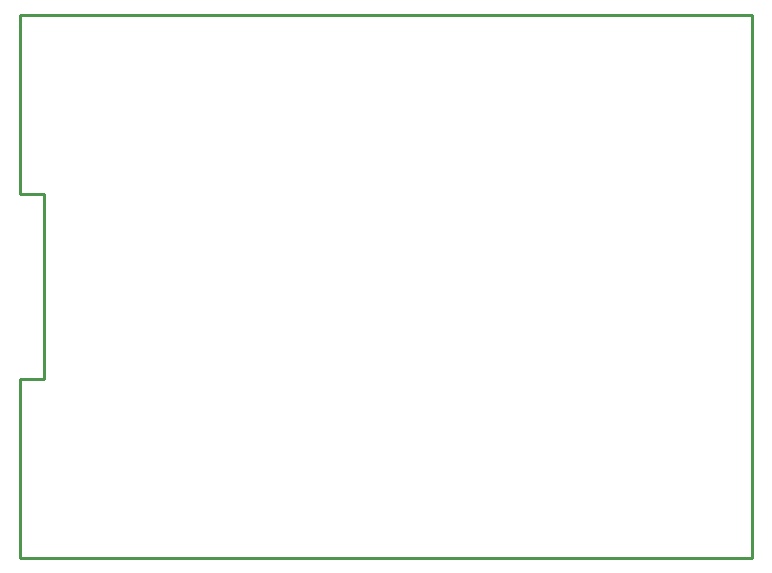
<source format=gbr>
%TF.GenerationSoftware,Altium Limited,Altium Designer,23.6.0 (18)*%
G04 Layer_Color=32768*
%FSLAX43Y43*%
%MOMM*%
%TF.SameCoordinates,6C6526E1-C053-4265-BDC0-CB623CBAD704*%
%TF.FilePolarity,Positive*%
%TF.FileFunction,Other,Outline*%
%TF.Part,Single*%
G01*
G75*
%TA.AperFunction,NonConductor*%
%ADD51C,0.254*%
D51*
X2000Y15170D02*
Y30830D01*
X0Y15170D02*
X2000D01*
X62000Y0D02*
Y46000D01*
X0Y30830D02*
Y46000D01*
X62000D01*
X0Y0D02*
X62000D01*
X0D02*
Y15170D01*
Y30830D02*
X2000D01*
%TF.MD5,49755471a379d7c38d4d64dddbb148e4*%
M02*

</source>
